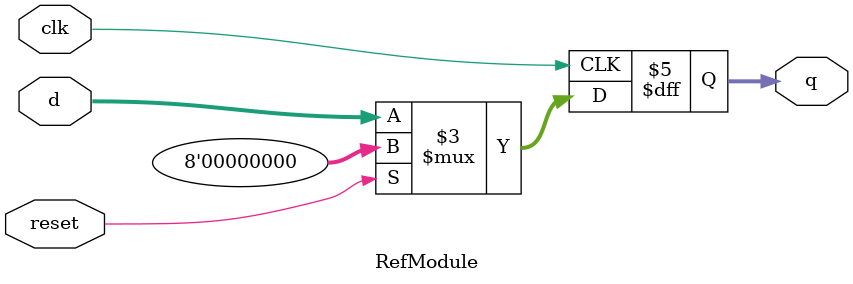
<source format=sv>

module RefModule (
  input clk,
  input [7:0] d,
  input reset,
  output reg [7:0] q
);

  always @(posedge clk)
    if (reset)
      q <= 0;
    else
      q <= d;

endmodule

/*
编译出错：相同名称的变量引发冲突
*/
</source>
